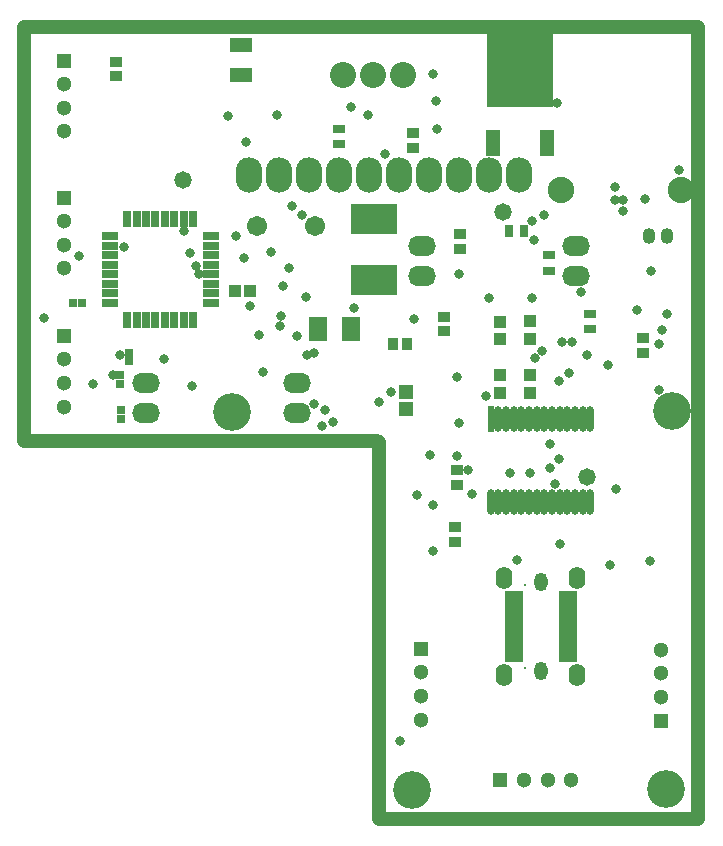
<source format=gbs>
G04*
G04 #@! TF.GenerationSoftware,Altium Limited,Altium Designer,22.2.1 (43)*
G04*
G04 Layer_Color=16711935*
%FSLAX44Y44*%
%MOMM*%
G71*
G04*
G04 #@! TF.SameCoordinates,82B9A7A7-C451-481E-A025-ABCBCC36AE2A*
G04*
G04*
G04 #@! TF.FilePolarity,Negative*
G04*
G01*
G75*
%ADD17C,1.2000*%
%ADD34R,1.0032X1.0032*%
%ADD40R,1.3032X1.1532*%
%ADD44R,1.3000X1.3000*%
%ADD45C,1.3000*%
%ADD46R,1.3000X1.3000*%
%ADD47O,2.3622X1.7272*%
%ADD48C,1.7032*%
%ADD49C,2.2032*%
%ADD50O,1.1532X1.5532*%
%ADD51O,1.4032X1.9032*%
%ADD52C,0.2032*%
%ADD53C,2.2352*%
%ADD54O,2.2352X2.9972*%
%ADD55C,3.2032*%
%ADD56C,0.8032*%
%ADD57C,1.4732*%
%ADD87R,1.0532X0.9032*%
%ADD88R,0.9032X1.0532*%
%ADD89R,0.6532X0.7032*%
%ADD90R,1.0032X0.8032*%
%ADD91R,0.7032X0.6532*%
%ADD92R,0.8032X1.0032*%
%ADD93R,1.1532X2.3032*%
%ADD94R,5.7032X6.7032*%
%ADD95R,0.7620X1.4732*%
%ADD96R,1.4732X0.7620*%
%ADD97O,0.6032X2.2032*%
%ADD98R,0.6032X2.2032*%
%ADD99R,3.9032X2.6532*%
%ADD100R,1.6032X0.4732*%
%ADD101R,1.5032X2.0032*%
%ADD102O,1.0922X1.3462*%
%ADD103R,1.0032X1.1032*%
%ADD104R,1.9032X1.3032*%
D17*
X90000Y485000D02*
Y835000D01*
X660745D01*
X660750Y834996D01*
Y165000D02*
Y834996D01*
X390000Y165000D02*
X660750D01*
X390000D02*
Y484000D01*
X389000Y485000D02*
X390000Y484000D01*
X90000Y485000D02*
X389000D01*
D34*
X493000Y586000D02*
D03*
Y571000D02*
D03*
X518001Y540501D02*
D03*
Y525501D02*
D03*
X493001Y540501D02*
D03*
Y525501D02*
D03*
X518001Y586501D02*
D03*
Y571501D02*
D03*
D40*
X413000Y512000D02*
D03*
Y526500D02*
D03*
D44*
X124000Y691000D02*
D03*
X629000Y248000D02*
D03*
X124000Y807000D02*
D03*
X426000Y309000D02*
D03*
X124000Y574000D02*
D03*
D45*
Y671000D02*
D03*
Y651000D02*
D03*
Y631000D02*
D03*
X629000Y268000D02*
D03*
Y288000D02*
D03*
Y308000D02*
D03*
X124000Y787000D02*
D03*
Y767000D02*
D03*
Y747000D02*
D03*
X426000Y249000D02*
D03*
Y269000D02*
D03*
Y289000D02*
D03*
X553000Y198000D02*
D03*
X533000D02*
D03*
X513000D02*
D03*
X124000Y554000D02*
D03*
Y534000D02*
D03*
Y514000D02*
D03*
D46*
X493000Y198000D02*
D03*
D47*
X427000Y624600D02*
D03*
Y650000D02*
D03*
X557000Y624600D02*
D03*
Y650000D02*
D03*
X193000Y508600D02*
D03*
Y534000D02*
D03*
X321000D02*
D03*
Y508600D02*
D03*
D48*
X287000Y666500D02*
D03*
X335800D02*
D03*
D49*
X410400Y795000D02*
D03*
X385000D02*
D03*
X359600D02*
D03*
D50*
X527250Y290000D02*
D03*
Y365500D02*
D03*
D51*
X496550Y286750D02*
D03*
Y368750D02*
D03*
X557950D02*
D03*
Y286750D02*
D03*
D52*
X513751Y362750D02*
D03*
Y292750D02*
D03*
D53*
X544201Y697000D02*
D03*
X645801D02*
D03*
D54*
X457800Y710000D02*
D03*
X432400D02*
D03*
X280000D02*
D03*
X305400D02*
D03*
X330800D02*
D03*
X356200D02*
D03*
X381600D02*
D03*
X407000D02*
D03*
X483200D02*
D03*
X508600D02*
D03*
D55*
X633000Y190000D02*
D03*
X418000Y189000D02*
D03*
X638000Y510000D02*
D03*
X266000Y509250D02*
D03*
D56*
X501252Y458100D02*
D03*
X465836Y460248D02*
D03*
X306832Y581914D02*
D03*
X335280Y516382D02*
D03*
X534670Y462280D02*
D03*
Y482092D02*
D03*
X435610Y430530D02*
D03*
X585724Y379776D02*
D03*
X590000Y699558D02*
D03*
X171196Y557276D02*
D03*
X164862Y540750D02*
D03*
X368808Y597500D02*
D03*
X328925Y606547D02*
D03*
X400758Y526500D02*
D03*
X433070Y472948D02*
D03*
X351028Y500888D02*
D03*
X455930Y472440D02*
D03*
X468630Y440182D02*
D03*
X457708Y500126D02*
D03*
X518414Y457454D02*
D03*
X545592Y568452D02*
D03*
X542572Y535589D02*
D03*
Y469420D02*
D03*
X553720Y568452D02*
D03*
X480568Y523240D02*
D03*
X344424Y510794D02*
D03*
X422402Y438912D02*
D03*
X543670Y397510D02*
D03*
X316992Y684022D02*
D03*
X314452Y631444D02*
D03*
X324866Y676148D02*
D03*
X335563Y559279D02*
D03*
X321056Y573786D02*
D03*
X135890Y641096D02*
D03*
X298704Y645160D02*
D03*
X309405Y616237D02*
D03*
X390652Y517652D02*
D03*
X633984Y592328D02*
D03*
X541274Y770890D02*
D03*
X106680Y589280D02*
D03*
X438404Y772922D02*
D03*
X439000Y749300D02*
D03*
X435864Y795782D02*
D03*
X620522Y629158D02*
D03*
X551180Y542036D02*
D03*
X539496Y448564D02*
D03*
X262382Y759968D02*
D03*
X644398Y713994D02*
D03*
X456438Y538988D02*
D03*
X561594Y611124D02*
D03*
X277876Y737870D02*
D03*
X148336Y533250D02*
D03*
X522478Y554990D02*
D03*
X225074Y662686D02*
D03*
X483362Y605536D02*
D03*
X458230Y626364D02*
D03*
X530098Y676148D02*
D03*
X583946Y548894D02*
D03*
X507238Y383794D02*
D03*
X615696Y689610D02*
D03*
X208046Y554208D02*
D03*
X269164Y658130D02*
D03*
X276098Y640080D02*
D03*
X329692Y557784D02*
D03*
X231902Y531622D02*
D03*
X596646Y679958D02*
D03*
X630174Y579120D02*
D03*
X596646Y688848D02*
D03*
X366522Y767461D02*
D03*
X519684Y671068D02*
D03*
X609092Y596138D02*
D03*
X292100Y543052D02*
D03*
X230632Y643890D02*
D03*
X174244Y648970D02*
D03*
X590000Y688890D02*
D03*
X590550Y444500D02*
D03*
X566420Y557276D02*
D03*
X528574Y561086D02*
D03*
X407670Y230670D02*
D03*
X288798Y574802D02*
D03*
X341884Y497586D02*
D03*
X627380Y566928D02*
D03*
Y528320D02*
D03*
X619506Y383540D02*
D03*
X381254Y760730D02*
D03*
X381300D02*
D03*
X304038D02*
D03*
X521476Y655080D02*
D03*
X395732Y727456D02*
D03*
X281000Y599324D02*
D03*
X237664Y625936D02*
D03*
X307340Y590816D02*
D03*
X234990Y632968D02*
D03*
X519430Y605536D02*
D03*
X419862Y587756D02*
D03*
X435610Y391414D02*
D03*
D57*
X495046Y678434D02*
D03*
X224028Y705612D02*
D03*
X566420Y454660D02*
D03*
D87*
X456000Y460250D02*
D03*
Y447750D02*
D03*
X614000Y572250D02*
D03*
Y559750D02*
D03*
X459000Y647750D02*
D03*
Y660250D02*
D03*
X455000Y399750D02*
D03*
Y412250D02*
D03*
X445000Y577750D02*
D03*
Y590250D02*
D03*
X167500Y806000D02*
D03*
Y793500D02*
D03*
X419500Y733250D02*
D03*
Y745750D02*
D03*
D88*
X414250Y567000D02*
D03*
X401750D02*
D03*
D89*
X172000Y510750D02*
D03*
Y503250D02*
D03*
X171000Y540750D02*
D03*
Y533250D02*
D03*
X179000Y559750D02*
D03*
Y552250D02*
D03*
D90*
X534000Y629000D02*
D03*
Y642000D02*
D03*
X356750Y749000D02*
D03*
Y736000D02*
D03*
X569000Y592500D02*
D03*
Y579500D02*
D03*
D91*
X131250Y602000D02*
D03*
X138750D02*
D03*
D92*
X513500Y662500D02*
D03*
X500500D02*
D03*
D93*
X532800Y737500D02*
D03*
X487200D02*
D03*
D94*
X510000Y800500D02*
D03*
D95*
X217074Y587010D02*
D03*
X233074Y672862D02*
D03*
X225074D02*
D03*
X217074D02*
D03*
X209074D02*
D03*
X201010D02*
D03*
X192882D02*
D03*
X176880Y587010D02*
D03*
X185008D02*
D03*
X192882D02*
D03*
X201010D02*
D03*
X209074D02*
D03*
X225074D02*
D03*
X233074D02*
D03*
X176880Y672862D02*
D03*
X185008D02*
D03*
D96*
X162148Y658130D02*
D03*
Y650002D02*
D03*
Y642128D02*
D03*
Y634000D02*
D03*
Y625936D02*
D03*
Y617936D02*
D03*
Y609936D02*
D03*
Y601936D02*
D03*
X248000D02*
D03*
Y609936D02*
D03*
Y617936D02*
D03*
Y625936D02*
D03*
Y634000D02*
D03*
Y642128D02*
D03*
Y650002D02*
D03*
Y658130D02*
D03*
D97*
X491251Y503250D02*
D03*
X497751D02*
D03*
X504250D02*
D03*
X530250D02*
D03*
X523750D02*
D03*
X510750D02*
D03*
X517251D02*
D03*
X556250D02*
D03*
X549751D02*
D03*
X562751D02*
D03*
X569251D02*
D03*
X543251D02*
D03*
X536750D02*
D03*
Y433250D02*
D03*
X543251D02*
D03*
X569251D02*
D03*
X562751D02*
D03*
X549751D02*
D03*
X556250D02*
D03*
X517251D02*
D03*
X510750D02*
D03*
X523750D02*
D03*
X530250D02*
D03*
X504250D02*
D03*
X497751D02*
D03*
X484750D02*
D03*
X491251D02*
D03*
D98*
X484750Y503250D02*
D03*
D99*
X386000Y621250D02*
D03*
Y672750D02*
D03*
D100*
X550250Y355250D02*
D03*
Y350250D02*
D03*
Y345250D02*
D03*
Y340250D02*
D03*
Y335250D02*
D03*
Y330250D02*
D03*
Y325250D02*
D03*
Y320250D02*
D03*
Y315250D02*
D03*
Y310250D02*
D03*
Y305250D02*
D03*
Y300250D02*
D03*
X504250D02*
D03*
Y305250D02*
D03*
Y310250D02*
D03*
Y315250D02*
D03*
Y320250D02*
D03*
Y325250D02*
D03*
Y330250D02*
D03*
Y335250D02*
D03*
Y340250D02*
D03*
Y345250D02*
D03*
Y350250D02*
D03*
Y355250D02*
D03*
D101*
X366750Y580000D02*
D03*
X338750D02*
D03*
D102*
X618760Y658000D02*
D03*
X634000D02*
D03*
D103*
X268500Y612000D02*
D03*
X281000D02*
D03*
D104*
X273250Y794500D02*
D03*
Y820500D02*
D03*
M02*

</source>
